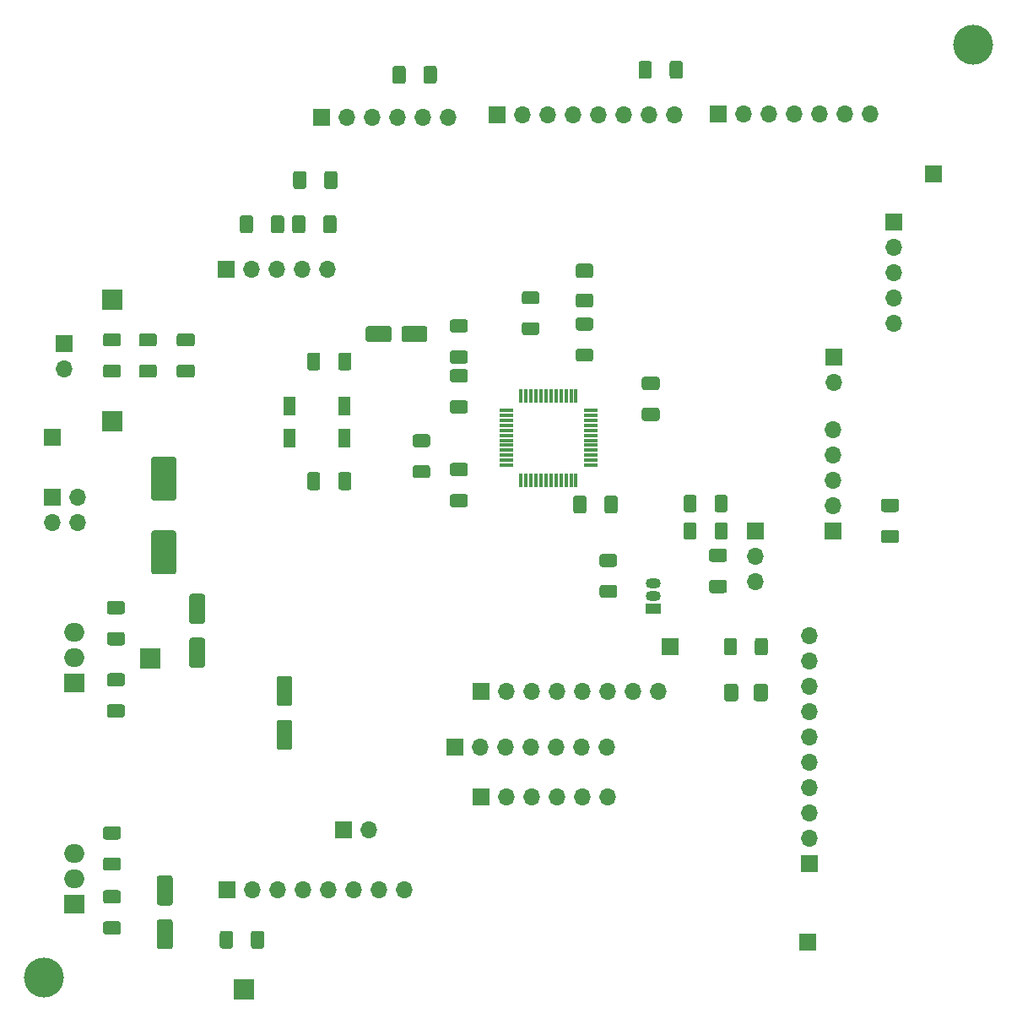
<source format=gts>
%TF.GenerationSoftware,KiCad,Pcbnew,(5.1.12)-1*%
%TF.CreationDate,2022-08-06T16:23:42+02:00*%
%TF.ProjectId,PrototypV1_tx,50726f74-6f74-4797-9056-315f74782e6b,rev?*%
%TF.SameCoordinates,Original*%
%TF.FileFunction,Soldermask,Top*%
%TF.FilePolarity,Negative*%
%FSLAX46Y46*%
G04 Gerber Fmt 4.6, Leading zero omitted, Abs format (unit mm)*
G04 Created by KiCad (PCBNEW (5.1.12)-1) date 2022-08-06 16:23:42*
%MOMM*%
%LPD*%
G01*
G04 APERTURE LIST*
%ADD10O,1.700000X1.700000*%
%ADD11R,1.700000X1.700000*%
%ADD12C,4.000000*%
%ADD13R,2.000000X2.000000*%
%ADD14R,1.300000X1.900000*%
%ADD15O,2.000000X1.905000*%
%ADD16R,2.000000X1.905000*%
%ADD17R,1.500000X1.050000*%
%ADD18O,1.500000X1.050000*%
%ADD19R,0.300000X1.475000*%
%ADD20R,1.475000X0.300000*%
G04 APERTURE END LIST*
D10*
X49940000Y-177000000D03*
D11*
X47400000Y-177000000D03*
D10*
X96600000Y-132140000D03*
D11*
X96600000Y-129600000D03*
X80200000Y-158600000D03*
D12*
X110600000Y-98200000D03*
D11*
X106600000Y-111200000D03*
D13*
X37400000Y-193000000D03*
X28000000Y-159800000D03*
X24200000Y-123800000D03*
X24200000Y-136000000D03*
D12*
X17400000Y-191800000D03*
D11*
X94000000Y-188200000D03*
X18200000Y-137600000D03*
D10*
X100240000Y-105200000D03*
X97700000Y-105200000D03*
X95160000Y-105200000D03*
X92620000Y-105200000D03*
X90080000Y-105200000D03*
X87540000Y-105200000D03*
D11*
X85000000Y-105200000D03*
D10*
X94200000Y-157540000D03*
X94200000Y-160080000D03*
X94200000Y-162620000D03*
X94200000Y-165160000D03*
X94200000Y-167700000D03*
X94200000Y-170240000D03*
X94200000Y-172780000D03*
X94200000Y-175320000D03*
X94200000Y-177860000D03*
D11*
X94200000Y-180400000D03*
G36*
G01*
X66825001Y-124250000D02*
X65574999Y-124250000D01*
G75*
G02*
X65325000Y-124000001I0J249999D01*
G01*
X65325000Y-123199999D01*
G75*
G02*
X65574999Y-122950000I249999J0D01*
G01*
X66825001Y-122950000D01*
G75*
G02*
X67075000Y-123199999I0J-249999D01*
G01*
X67075000Y-124000001D01*
G75*
G02*
X66825001Y-124250000I-249999J0D01*
G01*
G37*
G36*
G01*
X66825001Y-127350000D02*
X65574999Y-127350000D01*
G75*
G02*
X65325000Y-127100001I0J249999D01*
G01*
X65325000Y-126299999D01*
G75*
G02*
X65574999Y-126050000I249999J0D01*
G01*
X66825001Y-126050000D01*
G75*
G02*
X67075000Y-126299999I0J-249999D01*
G01*
X67075000Y-127100001D01*
G75*
G02*
X66825001Y-127350000I-249999J0D01*
G01*
G37*
G36*
G01*
X43700000Y-111149998D02*
X43700000Y-112450002D01*
G75*
G02*
X43450002Y-112700000I-249998J0D01*
G01*
X42624998Y-112700000D01*
G75*
G02*
X42375000Y-112450002I0J249998D01*
G01*
X42375000Y-111149998D01*
G75*
G02*
X42624998Y-110900000I249998J0D01*
G01*
X43450002Y-110900000D01*
G75*
G02*
X43700000Y-111149998I0J-249998D01*
G01*
G37*
G36*
G01*
X46825000Y-111149998D02*
X46825000Y-112450002D01*
G75*
G02*
X46575002Y-112700000I-249998J0D01*
G01*
X45749998Y-112700000D01*
G75*
G02*
X45500000Y-112450002I0J249998D01*
G01*
X45500000Y-111149998D01*
G75*
G02*
X45749998Y-110900000I249998J0D01*
G01*
X46575002Y-110900000D01*
G75*
G02*
X46825000Y-111149998I0J-249998D01*
G01*
G37*
D10*
X19400000Y-130740000D03*
D11*
X19400000Y-128200000D03*
G36*
G01*
X30949998Y-130300000D02*
X32250002Y-130300000D01*
G75*
G02*
X32500000Y-130549998I0J-249998D01*
G01*
X32500000Y-131375002D01*
G75*
G02*
X32250002Y-131625000I-249998J0D01*
G01*
X30949998Y-131625000D01*
G75*
G02*
X30700000Y-131375002I0J249998D01*
G01*
X30700000Y-130549998D01*
G75*
G02*
X30949998Y-130300000I249998J0D01*
G01*
G37*
G36*
G01*
X30949998Y-127175000D02*
X32250002Y-127175000D01*
G75*
G02*
X32500000Y-127424998I0J-249998D01*
G01*
X32500000Y-128250002D01*
G75*
G02*
X32250002Y-128500000I-249998J0D01*
G01*
X30949998Y-128500000D01*
G75*
G02*
X30700000Y-128250002I0J249998D01*
G01*
X30700000Y-127424998D01*
G75*
G02*
X30949998Y-127175000I249998J0D01*
G01*
G37*
G36*
G01*
X27149998Y-130300000D02*
X28450002Y-130300000D01*
G75*
G02*
X28700000Y-130549998I0J-249998D01*
G01*
X28700000Y-131375002D01*
G75*
G02*
X28450002Y-131625000I-249998J0D01*
G01*
X27149998Y-131625000D01*
G75*
G02*
X26900000Y-131375002I0J249998D01*
G01*
X26900000Y-130549998D01*
G75*
G02*
X27149998Y-130300000I249998J0D01*
G01*
G37*
G36*
G01*
X27149998Y-127175000D02*
X28450002Y-127175000D01*
G75*
G02*
X28700000Y-127424998I0J-249998D01*
G01*
X28700000Y-128250002D01*
G75*
G02*
X28450002Y-128500000I-249998J0D01*
G01*
X27149998Y-128500000D01*
G75*
G02*
X26900000Y-128250002I0J249998D01*
G01*
X26900000Y-127424998D01*
G75*
G02*
X27149998Y-127175000I249998J0D01*
G01*
G37*
G36*
G01*
X59650002Y-132100000D02*
X58349998Y-132100000D01*
G75*
G02*
X58100000Y-131850002I0J249998D01*
G01*
X58100000Y-131024998D01*
G75*
G02*
X58349998Y-130775000I249998J0D01*
G01*
X59650002Y-130775000D01*
G75*
G02*
X59900000Y-131024998I0J-249998D01*
G01*
X59900000Y-131850002D01*
G75*
G02*
X59650002Y-132100000I-249998J0D01*
G01*
G37*
G36*
G01*
X59650002Y-135225000D02*
X58349998Y-135225000D01*
G75*
G02*
X58100000Y-134975002I0J249998D01*
G01*
X58100000Y-134149998D01*
G75*
G02*
X58349998Y-133900000I249998J0D01*
G01*
X59650002Y-133900000D01*
G75*
G02*
X59900000Y-134149998I0J-249998D01*
G01*
X59900000Y-134975002D01*
G75*
G02*
X59650002Y-135225000I-249998J0D01*
G01*
G37*
G36*
G01*
X23549998Y-130300000D02*
X24850002Y-130300000D01*
G75*
G02*
X25100000Y-130549998I0J-249998D01*
G01*
X25100000Y-131375002D01*
G75*
G02*
X24850002Y-131625000I-249998J0D01*
G01*
X23549998Y-131625000D01*
G75*
G02*
X23300000Y-131375002I0J249998D01*
G01*
X23300000Y-130549998D01*
G75*
G02*
X23549998Y-130300000I249998J0D01*
G01*
G37*
G36*
G01*
X23549998Y-127175000D02*
X24850002Y-127175000D01*
G75*
G02*
X25100000Y-127424998I0J-249998D01*
G01*
X25100000Y-128250002D01*
G75*
G02*
X24850002Y-128500000I-249998J0D01*
G01*
X23549998Y-128500000D01*
G75*
G02*
X23300000Y-128250002I0J249998D01*
G01*
X23300000Y-127424998D01*
G75*
G02*
X23549998Y-127175000I249998J0D01*
G01*
G37*
G36*
G01*
X40150000Y-116900002D02*
X40150000Y-115599998D01*
G75*
G02*
X40399998Y-115350000I249998J0D01*
G01*
X41225002Y-115350000D01*
G75*
G02*
X41475000Y-115599998I0J-249998D01*
G01*
X41475000Y-116900002D01*
G75*
G02*
X41225002Y-117150000I-249998J0D01*
G01*
X40399998Y-117150000D01*
G75*
G02*
X40150000Y-116900002I0J249998D01*
G01*
G37*
G36*
G01*
X37025000Y-116900002D02*
X37025000Y-115599998D01*
G75*
G02*
X37274998Y-115350000I249998J0D01*
G01*
X38100002Y-115350000D01*
G75*
G02*
X38350000Y-115599998I0J-249998D01*
G01*
X38350000Y-116900002D01*
G75*
G02*
X38100002Y-117150000I-249998J0D01*
G01*
X37274998Y-117150000D01*
G75*
G02*
X37025000Y-116900002I0J249998D01*
G01*
G37*
G36*
G01*
X78350000Y-100099998D02*
X78350000Y-101400002D01*
G75*
G02*
X78100002Y-101650000I-249998J0D01*
G01*
X77274998Y-101650000D01*
G75*
G02*
X77025000Y-101400002I0J249998D01*
G01*
X77025000Y-100099998D01*
G75*
G02*
X77274998Y-99850000I249998J0D01*
G01*
X78100002Y-99850000D01*
G75*
G02*
X78350000Y-100099998I0J-249998D01*
G01*
G37*
G36*
G01*
X81475000Y-100099998D02*
X81475000Y-101400002D01*
G75*
G02*
X81225002Y-101650000I-249998J0D01*
G01*
X80399998Y-101650000D01*
G75*
G02*
X80150000Y-101400002I0J249998D01*
G01*
X80150000Y-100099998D01*
G75*
G02*
X80399998Y-99850000I249998J0D01*
G01*
X81225002Y-99850000D01*
G75*
G02*
X81475000Y-100099998I0J-249998D01*
G01*
G37*
G36*
G01*
X43600000Y-115599998D02*
X43600000Y-116900002D01*
G75*
G02*
X43350002Y-117150000I-249998J0D01*
G01*
X42524998Y-117150000D01*
G75*
G02*
X42275000Y-116900002I0J249998D01*
G01*
X42275000Y-115599998D01*
G75*
G02*
X42524998Y-115350000I249998J0D01*
G01*
X43350002Y-115350000D01*
G75*
G02*
X43600000Y-115599998I0J-249998D01*
G01*
G37*
G36*
G01*
X46725000Y-115599998D02*
X46725000Y-116900002D01*
G75*
G02*
X46475002Y-117150000I-249998J0D01*
G01*
X45649998Y-117150000D01*
G75*
G02*
X45400000Y-116900002I0J249998D01*
G01*
X45400000Y-115599998D01*
G75*
G02*
X45649998Y-115350000I249998J0D01*
G01*
X46475002Y-115350000D01*
G75*
G02*
X46725000Y-115599998I0J-249998D01*
G01*
G37*
G36*
G01*
X53662500Y-100599998D02*
X53662500Y-101900002D01*
G75*
G02*
X53412502Y-102150000I-249998J0D01*
G01*
X52587498Y-102150000D01*
G75*
G02*
X52337500Y-101900002I0J249998D01*
G01*
X52337500Y-100599998D01*
G75*
G02*
X52587498Y-100350000I249998J0D01*
G01*
X53412502Y-100350000D01*
G75*
G02*
X53662500Y-100599998I0J-249998D01*
G01*
G37*
G36*
G01*
X56787500Y-100599998D02*
X56787500Y-101900002D01*
G75*
G02*
X56537502Y-102150000I-249998J0D01*
G01*
X55712498Y-102150000D01*
G75*
G02*
X55462500Y-101900002I0J249998D01*
G01*
X55462500Y-100599998D01*
G75*
G02*
X55712498Y-100350000I249998J0D01*
G01*
X56537502Y-100350000D01*
G75*
G02*
X56787500Y-100599998I0J-249998D01*
G01*
G37*
D14*
X47500000Y-137650000D03*
X42000000Y-137650000D03*
X42000000Y-134450000D03*
X47500000Y-134450000D03*
G36*
G01*
X46900000Y-130650002D02*
X46900000Y-129349998D01*
G75*
G02*
X47149998Y-129100000I249998J0D01*
G01*
X47975002Y-129100000D01*
G75*
G02*
X48225000Y-129349998I0J-249998D01*
G01*
X48225000Y-130650002D01*
G75*
G02*
X47975002Y-130900000I-249998J0D01*
G01*
X47149998Y-130900000D01*
G75*
G02*
X46900000Y-130650002I0J249998D01*
G01*
G37*
G36*
G01*
X43775000Y-130650002D02*
X43775000Y-129349998D01*
G75*
G02*
X44024998Y-129100000I249998J0D01*
G01*
X44850002Y-129100000D01*
G75*
G02*
X45100000Y-129349998I0J-249998D01*
G01*
X45100000Y-130650002D01*
G75*
G02*
X44850002Y-130900000I-249998J0D01*
G01*
X44024998Y-130900000D01*
G75*
G02*
X43775000Y-130650002I0J249998D01*
G01*
G37*
G36*
G01*
X46900000Y-142650002D02*
X46900000Y-141349998D01*
G75*
G02*
X47149998Y-141100000I249998J0D01*
G01*
X47975002Y-141100000D01*
G75*
G02*
X48225000Y-141349998I0J-249998D01*
G01*
X48225000Y-142650002D01*
G75*
G02*
X47975002Y-142900000I-249998J0D01*
G01*
X47149998Y-142900000D01*
G75*
G02*
X46900000Y-142650002I0J249998D01*
G01*
G37*
G36*
G01*
X43775000Y-142650002D02*
X43775000Y-141349998D01*
G75*
G02*
X44024998Y-141100000I249998J0D01*
G01*
X44850002Y-141100000D01*
G75*
G02*
X45100000Y-141349998I0J-249998D01*
G01*
X45100000Y-142650002D01*
G75*
G02*
X44850002Y-142900000I-249998J0D01*
G01*
X44024998Y-142900000D01*
G75*
G02*
X43775000Y-142650002I0J249998D01*
G01*
G37*
D15*
X20400000Y-179320000D03*
X20400000Y-181860000D03*
D16*
X20400000Y-184400000D03*
D17*
X78500000Y-154750000D03*
D18*
X78500000Y-152210000D03*
X78500000Y-153480000D03*
G36*
G01*
X88700000Y-159225001D02*
X88700000Y-157974999D01*
G75*
G02*
X88949999Y-157725000I249999J0D01*
G01*
X89750001Y-157725000D01*
G75*
G02*
X90000000Y-157974999I0J-249999D01*
G01*
X90000000Y-159225001D01*
G75*
G02*
X89750001Y-159475000I-249999J0D01*
G01*
X88949999Y-159475000D01*
G75*
G02*
X88700000Y-159225001I0J249999D01*
G01*
G37*
G36*
G01*
X85600000Y-159225001D02*
X85600000Y-157974999D01*
G75*
G02*
X85849999Y-157725000I249999J0D01*
G01*
X86650001Y-157725000D01*
G75*
G02*
X86900000Y-157974999I0J-249999D01*
G01*
X86900000Y-159225001D01*
G75*
G02*
X86650001Y-159475000I-249999J0D01*
G01*
X85849999Y-159475000D01*
G75*
G02*
X85600000Y-159225001I0J249999D01*
G01*
G37*
G36*
G01*
X82850000Y-146374999D02*
X82850000Y-147625001D01*
G75*
G02*
X82600001Y-147875000I-249999J0D01*
G01*
X81799999Y-147875000D01*
G75*
G02*
X81550000Y-147625001I0J249999D01*
G01*
X81550000Y-146374999D01*
G75*
G02*
X81799999Y-146125000I249999J0D01*
G01*
X82600001Y-146125000D01*
G75*
G02*
X82850000Y-146374999I0J-249999D01*
G01*
G37*
G36*
G01*
X85950000Y-146374999D02*
X85950000Y-147625001D01*
G75*
G02*
X85700001Y-147875000I-249999J0D01*
G01*
X84899999Y-147875000D01*
G75*
G02*
X84650000Y-147625001I0J249999D01*
G01*
X84650000Y-146374999D01*
G75*
G02*
X84899999Y-146125000I249999J0D01*
G01*
X85700001Y-146125000D01*
G75*
G02*
X85950000Y-146374999I0J-249999D01*
G01*
G37*
G36*
G01*
X82850000Y-143624999D02*
X82850000Y-144875001D01*
G75*
G02*
X82600001Y-145125000I-249999J0D01*
G01*
X81799999Y-145125000D01*
G75*
G02*
X81550000Y-144875001I0J249999D01*
G01*
X81550000Y-143624999D01*
G75*
G02*
X81799999Y-143375000I249999J0D01*
G01*
X82600001Y-143375000D01*
G75*
G02*
X82850000Y-143624999I0J-249999D01*
G01*
G37*
G36*
G01*
X85950000Y-143624999D02*
X85950000Y-144875001D01*
G75*
G02*
X85700001Y-145125000I-249999J0D01*
G01*
X84899999Y-145125000D01*
G75*
G02*
X84650000Y-144875001I0J249999D01*
G01*
X84650000Y-143624999D01*
G75*
G02*
X84899999Y-143375000I249999J0D01*
G01*
X85700001Y-143375000D01*
G75*
G02*
X85950000Y-143624999I0J-249999D01*
G01*
G37*
G36*
G01*
X72225001Y-126900000D02*
X70974999Y-126900000D01*
G75*
G02*
X70725000Y-126650001I0J249999D01*
G01*
X70725000Y-125849999D01*
G75*
G02*
X70974999Y-125600000I249999J0D01*
G01*
X72225001Y-125600000D01*
G75*
G02*
X72475000Y-125849999I0J-249999D01*
G01*
X72475000Y-126650001D01*
G75*
G02*
X72225001Y-126900000I-249999J0D01*
G01*
G37*
G36*
G01*
X72225001Y-130000000D02*
X70974999Y-130000000D01*
G75*
G02*
X70725000Y-129750001I0J249999D01*
G01*
X70725000Y-128949999D01*
G75*
G02*
X70974999Y-128700000I249999J0D01*
G01*
X72225001Y-128700000D01*
G75*
G02*
X72475000Y-128949999I0J-249999D01*
G01*
X72475000Y-129750001D01*
G75*
G02*
X72225001Y-130000000I-249999J0D01*
G01*
G37*
G36*
G01*
X54624999Y-140400000D02*
X55875001Y-140400000D01*
G75*
G02*
X56125000Y-140649999I0J-249999D01*
G01*
X56125000Y-141450001D01*
G75*
G02*
X55875001Y-141700000I-249999J0D01*
G01*
X54624999Y-141700000D01*
G75*
G02*
X54375000Y-141450001I0J249999D01*
G01*
X54375000Y-140649999D01*
G75*
G02*
X54624999Y-140400000I249999J0D01*
G01*
G37*
G36*
G01*
X54624999Y-137300000D02*
X55875001Y-137300000D01*
G75*
G02*
X56125000Y-137549999I0J-249999D01*
G01*
X56125000Y-138350001D01*
G75*
G02*
X55875001Y-138600000I-249999J0D01*
G01*
X54624999Y-138600000D01*
G75*
G02*
X54375000Y-138350001I0J249999D01*
G01*
X54375000Y-137549999D01*
G75*
G02*
X54624999Y-137300000I249999J0D01*
G01*
G37*
G36*
G01*
X73374999Y-152400000D02*
X74625001Y-152400000D01*
G75*
G02*
X74875000Y-152649999I0J-249999D01*
G01*
X74875000Y-153450001D01*
G75*
G02*
X74625001Y-153700000I-249999J0D01*
G01*
X73374999Y-153700000D01*
G75*
G02*
X73125000Y-153450001I0J249999D01*
G01*
X73125000Y-152649999D01*
G75*
G02*
X73374999Y-152400000I249999J0D01*
G01*
G37*
G36*
G01*
X73374999Y-149300000D02*
X74625001Y-149300000D01*
G75*
G02*
X74875000Y-149549999I0J-249999D01*
G01*
X74875000Y-150350001D01*
G75*
G02*
X74625001Y-150600000I-249999J0D01*
G01*
X73374999Y-150600000D01*
G75*
G02*
X73125000Y-150350001I0J249999D01*
G01*
X73125000Y-149549999D01*
G75*
G02*
X73374999Y-149300000I249999J0D01*
G01*
G37*
D10*
X88750000Y-152080000D03*
X88750000Y-149540000D03*
D11*
X88750000Y-147000000D03*
D10*
X96500000Y-136840000D03*
X96500000Y-139380000D03*
X96500000Y-141920000D03*
X96500000Y-144460000D03*
D11*
X96500000Y-147000000D03*
D10*
X102600000Y-126200000D03*
X102600000Y-123660000D03*
X102600000Y-121120000D03*
X102600000Y-118580000D03*
D11*
X102600000Y-116040000D03*
D10*
X78980000Y-163050000D03*
X76440000Y-163050000D03*
X73900000Y-163050000D03*
X71360000Y-163050000D03*
X68820000Y-163050000D03*
X66280000Y-163050000D03*
X63740000Y-163050000D03*
D11*
X61200000Y-163050000D03*
D10*
X73840000Y-168650000D03*
X71300000Y-168650000D03*
X68760000Y-168650000D03*
X66220000Y-168650000D03*
X63680000Y-168650000D03*
X61140000Y-168650000D03*
D11*
X58600000Y-168650000D03*
D10*
X20740000Y-146190000D03*
X18200000Y-146190000D03*
X20740000Y-143650000D03*
D11*
X18200000Y-143650000D03*
D10*
X73900000Y-173650000D03*
X71360000Y-173650000D03*
X68820000Y-173650000D03*
X66280000Y-173650000D03*
X63740000Y-173650000D03*
D11*
X61200000Y-173650000D03*
D10*
X53530000Y-183000000D03*
X50990000Y-183000000D03*
X48450000Y-183000000D03*
X45910000Y-183000000D03*
X43370000Y-183000000D03*
X40830000Y-183000000D03*
X38290000Y-183000000D03*
D11*
X35750000Y-183000000D03*
D10*
X45830000Y-120750000D03*
X43290000Y-120750000D03*
X40750000Y-120750000D03*
X38210000Y-120750000D03*
D11*
X35670000Y-120750000D03*
D10*
X80620000Y-105250000D03*
X78080000Y-105250000D03*
X75540000Y-105250000D03*
X73000000Y-105250000D03*
X70460000Y-105250000D03*
X67920000Y-105250000D03*
X65380000Y-105250000D03*
D11*
X62840000Y-105250000D03*
D10*
X57950000Y-105500000D03*
X55410000Y-105500000D03*
X52870000Y-105500000D03*
X50330000Y-105500000D03*
X47790000Y-105500000D03*
D11*
X45250000Y-105500000D03*
D15*
X20400000Y-157170000D03*
X20400000Y-159710000D03*
D16*
X20400000Y-162250000D03*
D19*
X65250000Y-133412000D03*
X65750000Y-133412000D03*
X66250000Y-133412000D03*
X66750000Y-133412000D03*
X67250000Y-133412000D03*
X67750000Y-133412000D03*
X68250000Y-133412000D03*
X68750000Y-133412000D03*
X69250000Y-133412000D03*
X69750000Y-133412000D03*
X70250000Y-133412000D03*
X70750000Y-133412000D03*
D20*
X72238000Y-134900000D03*
X72238000Y-135400000D03*
X72238000Y-135900000D03*
X72238000Y-136400000D03*
X72238000Y-136900000D03*
X72238000Y-137400000D03*
X72238000Y-137900000D03*
X72238000Y-138400000D03*
X72238000Y-138900000D03*
X72238000Y-139400000D03*
X72238000Y-139900000D03*
X72238000Y-140400000D03*
D19*
X70750000Y-141888000D03*
X70250000Y-141888000D03*
X69750000Y-141888000D03*
X69250000Y-141888000D03*
X68750000Y-141888000D03*
X68250000Y-141888000D03*
X67750000Y-141888000D03*
X67250000Y-141888000D03*
X66750000Y-141888000D03*
X66250000Y-141888000D03*
X65750000Y-141888000D03*
X65250000Y-141888000D03*
D20*
X63762000Y-140400000D03*
X63762000Y-139900000D03*
X63762000Y-139400000D03*
X63762000Y-138900000D03*
X63762000Y-138400000D03*
X63762000Y-137900000D03*
X63762000Y-137400000D03*
X63762000Y-136900000D03*
X63762000Y-136400000D03*
X63762000Y-135900000D03*
X63762000Y-135400000D03*
X63762000Y-134900000D03*
G36*
G01*
X88575000Y-163825000D02*
X88575000Y-162575000D01*
G75*
G02*
X88825000Y-162325000I250000J0D01*
G01*
X89750000Y-162325000D01*
G75*
G02*
X90000000Y-162575000I0J-250000D01*
G01*
X90000000Y-163825000D01*
G75*
G02*
X89750000Y-164075000I-250000J0D01*
G01*
X88825000Y-164075000D01*
G75*
G02*
X88575000Y-163825000I0J250000D01*
G01*
G37*
G36*
G01*
X85600000Y-163825000D02*
X85600000Y-162575000D01*
G75*
G02*
X85850000Y-162325000I250000J0D01*
G01*
X86775000Y-162325000D01*
G75*
G02*
X87025000Y-162575000I0J-250000D01*
G01*
X87025000Y-163825000D01*
G75*
G02*
X86775000Y-164075000I-250000J0D01*
G01*
X85850000Y-164075000D01*
G75*
G02*
X85600000Y-163825000I0J250000D01*
G01*
G37*
G36*
G01*
X70975000Y-123175000D02*
X72225000Y-123175000D01*
G75*
G02*
X72475000Y-123425000I0J-250000D01*
G01*
X72475000Y-124350000D01*
G75*
G02*
X72225000Y-124600000I-250000J0D01*
G01*
X70975000Y-124600000D01*
G75*
G02*
X70725000Y-124350000I0J250000D01*
G01*
X70725000Y-123425000D01*
G75*
G02*
X70975000Y-123175000I250000J0D01*
G01*
G37*
G36*
G01*
X70975000Y-120200000D02*
X72225000Y-120200000D01*
G75*
G02*
X72475000Y-120450000I0J-250000D01*
G01*
X72475000Y-121375000D01*
G75*
G02*
X72225000Y-121625000I-250000J0D01*
G01*
X70975000Y-121625000D01*
G75*
G02*
X70725000Y-121375000I0J250000D01*
G01*
X70725000Y-120450000D01*
G75*
G02*
X70975000Y-120200000I250000J0D01*
G01*
G37*
G36*
G01*
X84349998Y-151900000D02*
X85650002Y-151900000D01*
G75*
G02*
X85900000Y-152149998I0J-249998D01*
G01*
X85900000Y-152975002D01*
G75*
G02*
X85650002Y-153225000I-249998J0D01*
G01*
X84349998Y-153225000D01*
G75*
G02*
X84100000Y-152975002I0J249998D01*
G01*
X84100000Y-152149998D01*
G75*
G02*
X84349998Y-151900000I249998J0D01*
G01*
G37*
G36*
G01*
X84349998Y-148775000D02*
X85650002Y-148775000D01*
G75*
G02*
X85900000Y-149024998I0J-249998D01*
G01*
X85900000Y-149850002D01*
G75*
G02*
X85650002Y-150100000I-249998J0D01*
G01*
X84349998Y-150100000D01*
G75*
G02*
X84100000Y-149850002I0J249998D01*
G01*
X84100000Y-149024998D01*
G75*
G02*
X84349998Y-148775000I249998J0D01*
G01*
G37*
G36*
G01*
X28950000Y-185950000D02*
X30050000Y-185950000D01*
G75*
G02*
X30300000Y-186200000I0J-250000D01*
G01*
X30300000Y-188700000D01*
G75*
G02*
X30050000Y-188950000I-250000J0D01*
G01*
X28950000Y-188950000D01*
G75*
G02*
X28700000Y-188700000I0J250000D01*
G01*
X28700000Y-186200000D01*
G75*
G02*
X28950000Y-185950000I250000J0D01*
G01*
G37*
G36*
G01*
X28950000Y-181550000D02*
X30050000Y-181550000D01*
G75*
G02*
X30300000Y-181800000I0J-250000D01*
G01*
X30300000Y-184300000D01*
G75*
G02*
X30050000Y-184550000I-250000J0D01*
G01*
X28950000Y-184550000D01*
G75*
G02*
X28700000Y-184300000I0J250000D01*
G01*
X28700000Y-181800000D01*
G75*
G02*
X28950000Y-181550000I250000J0D01*
G01*
G37*
G36*
G01*
X38150000Y-188650002D02*
X38150000Y-187349998D01*
G75*
G02*
X38399998Y-187100000I249998J0D01*
G01*
X39225002Y-187100000D01*
G75*
G02*
X39475000Y-187349998I0J-249998D01*
G01*
X39475000Y-188650002D01*
G75*
G02*
X39225002Y-188900000I-249998J0D01*
G01*
X38399998Y-188900000D01*
G75*
G02*
X38150000Y-188650002I0J249998D01*
G01*
G37*
G36*
G01*
X35025000Y-188650002D02*
X35025000Y-187349998D01*
G75*
G02*
X35274998Y-187100000I249998J0D01*
G01*
X36100002Y-187100000D01*
G75*
G02*
X36350000Y-187349998I0J-249998D01*
G01*
X36350000Y-188650002D01*
G75*
G02*
X36100002Y-188900000I-249998J0D01*
G01*
X35274998Y-188900000D01*
G75*
G02*
X35025000Y-188650002I0J249998D01*
G01*
G37*
G36*
G01*
X32200000Y-157700000D02*
X33300000Y-157700000D01*
G75*
G02*
X33550000Y-157950000I0J-250000D01*
G01*
X33550000Y-160450000D01*
G75*
G02*
X33300000Y-160700000I-250000J0D01*
G01*
X32200000Y-160700000D01*
G75*
G02*
X31950000Y-160450000I0J250000D01*
G01*
X31950000Y-157950000D01*
G75*
G02*
X32200000Y-157700000I250000J0D01*
G01*
G37*
G36*
G01*
X32200000Y-153300000D02*
X33300000Y-153300000D01*
G75*
G02*
X33550000Y-153550000I0J-250000D01*
G01*
X33550000Y-156050000D01*
G75*
G02*
X33300000Y-156300000I-250000J0D01*
G01*
X32200000Y-156300000D01*
G75*
G02*
X31950000Y-156050000I0J250000D01*
G01*
X31950000Y-153550000D01*
G75*
G02*
X32200000Y-153300000I250000J0D01*
G01*
G37*
G36*
G01*
X102900002Y-145100000D02*
X101599998Y-145100000D01*
G75*
G02*
X101350000Y-144850002I0J249998D01*
G01*
X101350000Y-144024998D01*
G75*
G02*
X101599998Y-143775000I249998J0D01*
G01*
X102900002Y-143775000D01*
G75*
G02*
X103150000Y-144024998I0J-249998D01*
G01*
X103150000Y-144850002D01*
G75*
G02*
X102900002Y-145100000I-249998J0D01*
G01*
G37*
G36*
G01*
X102900002Y-148225000D02*
X101599998Y-148225000D01*
G75*
G02*
X101350000Y-147975002I0J249998D01*
G01*
X101350000Y-147149998D01*
G75*
G02*
X101599998Y-146900000I249998J0D01*
G01*
X102900002Y-146900000D01*
G75*
G02*
X103150000Y-147149998I0J-249998D01*
G01*
X103150000Y-147975002D01*
G75*
G02*
X102900002Y-148225000I-249998J0D01*
G01*
G37*
G36*
G01*
X52250000Y-126700000D02*
X52250000Y-127800000D01*
G75*
G02*
X52000000Y-128050000I-250000J0D01*
G01*
X49900000Y-128050000D01*
G75*
G02*
X49650000Y-127800000I0J250000D01*
G01*
X49650000Y-126700000D01*
G75*
G02*
X49900000Y-126450000I250000J0D01*
G01*
X52000000Y-126450000D01*
G75*
G02*
X52250000Y-126700000I0J-250000D01*
G01*
G37*
G36*
G01*
X55850000Y-126700000D02*
X55850000Y-127800000D01*
G75*
G02*
X55600000Y-128050000I-250000J0D01*
G01*
X53500000Y-128050000D01*
G75*
G02*
X53250000Y-127800000I0J250000D01*
G01*
X53250000Y-126700000D01*
G75*
G02*
X53500000Y-126450000I250000J0D01*
G01*
X55600000Y-126450000D01*
G75*
G02*
X55850000Y-126700000I0J-250000D01*
G01*
G37*
G36*
G01*
X40950000Y-165950000D02*
X42050000Y-165950000D01*
G75*
G02*
X42300000Y-166200000I0J-250000D01*
G01*
X42300000Y-168700000D01*
G75*
G02*
X42050000Y-168950000I-250000J0D01*
G01*
X40950000Y-168950000D01*
G75*
G02*
X40700000Y-168700000I0J250000D01*
G01*
X40700000Y-166200000D01*
G75*
G02*
X40950000Y-165950000I250000J0D01*
G01*
G37*
G36*
G01*
X40950000Y-161550000D02*
X42050000Y-161550000D01*
G75*
G02*
X42300000Y-161800000I0J-250000D01*
G01*
X42300000Y-164300000D01*
G75*
G02*
X42050000Y-164550000I-250000J0D01*
G01*
X40950000Y-164550000D01*
G75*
G02*
X40700000Y-164300000I0J250000D01*
G01*
X40700000Y-161800000D01*
G75*
G02*
X40950000Y-161550000I250000J0D01*
G01*
G37*
G36*
G01*
X77599998Y-134650000D02*
X78900002Y-134650000D01*
G75*
G02*
X79150000Y-134899998I0J-249998D01*
G01*
X79150000Y-135725002D01*
G75*
G02*
X78900002Y-135975000I-249998J0D01*
G01*
X77599998Y-135975000D01*
G75*
G02*
X77350000Y-135725002I0J249998D01*
G01*
X77350000Y-134899998D01*
G75*
G02*
X77599998Y-134650000I249998J0D01*
G01*
G37*
G36*
G01*
X77599998Y-131525000D02*
X78900002Y-131525000D01*
G75*
G02*
X79150000Y-131774998I0J-249998D01*
G01*
X79150000Y-132600002D01*
G75*
G02*
X78900002Y-132850000I-249998J0D01*
G01*
X77599998Y-132850000D01*
G75*
G02*
X77350000Y-132600002I0J249998D01*
G01*
X77350000Y-131774998D01*
G75*
G02*
X77599998Y-131525000I249998J0D01*
G01*
G37*
G36*
G01*
X58349998Y-143300000D02*
X59650002Y-143300000D01*
G75*
G02*
X59900000Y-143549998I0J-249998D01*
G01*
X59900000Y-144375002D01*
G75*
G02*
X59650002Y-144625000I-249998J0D01*
G01*
X58349998Y-144625000D01*
G75*
G02*
X58100000Y-144375002I0J249998D01*
G01*
X58100000Y-143549998D01*
G75*
G02*
X58349998Y-143300000I249998J0D01*
G01*
G37*
G36*
G01*
X58349998Y-140175000D02*
X59650002Y-140175000D01*
G75*
G02*
X59900000Y-140424998I0J-249998D01*
G01*
X59900000Y-141250002D01*
G75*
G02*
X59650002Y-141500000I-249998J0D01*
G01*
X58349998Y-141500000D01*
G75*
G02*
X58100000Y-141250002I0J249998D01*
G01*
X58100000Y-140424998D01*
G75*
G02*
X58349998Y-140175000I249998J0D01*
G01*
G37*
G36*
G01*
X73600000Y-145000002D02*
X73600000Y-143699998D01*
G75*
G02*
X73849998Y-143450000I249998J0D01*
G01*
X74675002Y-143450000D01*
G75*
G02*
X74925000Y-143699998I0J-249998D01*
G01*
X74925000Y-145000002D01*
G75*
G02*
X74675002Y-145250000I-249998J0D01*
G01*
X73849998Y-145250000D01*
G75*
G02*
X73600000Y-145000002I0J249998D01*
G01*
G37*
G36*
G01*
X70475000Y-145000002D02*
X70475000Y-143699998D01*
G75*
G02*
X70724998Y-143450000I249998J0D01*
G01*
X71550002Y-143450000D01*
G75*
G02*
X71800000Y-143699998I0J-249998D01*
G01*
X71800000Y-145000002D01*
G75*
G02*
X71550002Y-145250000I-249998J0D01*
G01*
X70724998Y-145250000D01*
G75*
G02*
X70475000Y-145000002I0J249998D01*
G01*
G37*
G36*
G01*
X59650002Y-127100000D02*
X58349998Y-127100000D01*
G75*
G02*
X58100000Y-126850002I0J249998D01*
G01*
X58100000Y-126024998D01*
G75*
G02*
X58349998Y-125775000I249998J0D01*
G01*
X59650002Y-125775000D01*
G75*
G02*
X59900000Y-126024998I0J-249998D01*
G01*
X59900000Y-126850002D01*
G75*
G02*
X59650002Y-127100000I-249998J0D01*
G01*
G37*
G36*
G01*
X59650002Y-130225000D02*
X58349998Y-130225000D01*
G75*
G02*
X58100000Y-129975002I0J249998D01*
G01*
X58100000Y-129149998D01*
G75*
G02*
X58349998Y-128900000I249998J0D01*
G01*
X59650002Y-128900000D01*
G75*
G02*
X59900000Y-129149998I0J-249998D01*
G01*
X59900000Y-129975002D01*
G75*
G02*
X59650002Y-130225000I-249998J0D01*
G01*
G37*
G36*
G01*
X30400000Y-143950000D02*
X28400000Y-143950000D01*
G75*
G02*
X28150000Y-143700000I0J250000D01*
G01*
X28150000Y-139800000D01*
G75*
G02*
X28400000Y-139550000I250000J0D01*
G01*
X30400000Y-139550000D01*
G75*
G02*
X30650000Y-139800000I0J-250000D01*
G01*
X30650000Y-143700000D01*
G75*
G02*
X30400000Y-143950000I-250000J0D01*
G01*
G37*
G36*
G01*
X30400000Y-151350000D02*
X28400000Y-151350000D01*
G75*
G02*
X28150000Y-151100000I0J250000D01*
G01*
X28150000Y-147200000D01*
G75*
G02*
X28400000Y-146950000I250000J0D01*
G01*
X30400000Y-146950000D01*
G75*
G02*
X30650000Y-147200000I0J-250000D01*
G01*
X30650000Y-151100000D01*
G75*
G02*
X30400000Y-151350000I-250000J0D01*
G01*
G37*
G36*
G01*
X25250002Y-155350000D02*
X23949998Y-155350000D01*
G75*
G02*
X23700000Y-155100002I0J249998D01*
G01*
X23700000Y-154274998D01*
G75*
G02*
X23949998Y-154025000I249998J0D01*
G01*
X25250002Y-154025000D01*
G75*
G02*
X25500000Y-154274998I0J-249998D01*
G01*
X25500000Y-155100002D01*
G75*
G02*
X25250002Y-155350000I-249998J0D01*
G01*
G37*
G36*
G01*
X25250002Y-158475000D02*
X23949998Y-158475000D01*
G75*
G02*
X23700000Y-158225002I0J249998D01*
G01*
X23700000Y-157399998D01*
G75*
G02*
X23949998Y-157150000I249998J0D01*
G01*
X25250002Y-157150000D01*
G75*
G02*
X25500000Y-157399998I0J-249998D01*
G01*
X25500000Y-158225002D01*
G75*
G02*
X25250002Y-158475000I-249998J0D01*
G01*
G37*
G36*
G01*
X25250002Y-162587500D02*
X23949998Y-162587500D01*
G75*
G02*
X23700000Y-162337502I0J249998D01*
G01*
X23700000Y-161512498D01*
G75*
G02*
X23949998Y-161262500I249998J0D01*
G01*
X25250002Y-161262500D01*
G75*
G02*
X25500000Y-161512498I0J-249998D01*
G01*
X25500000Y-162337502D01*
G75*
G02*
X25250002Y-162587500I-249998J0D01*
G01*
G37*
G36*
G01*
X25250002Y-165712500D02*
X23949998Y-165712500D01*
G75*
G02*
X23700000Y-165462502I0J249998D01*
G01*
X23700000Y-164637498D01*
G75*
G02*
X23949998Y-164387500I249998J0D01*
G01*
X25250002Y-164387500D01*
G75*
G02*
X25500000Y-164637498I0J-249998D01*
G01*
X25500000Y-165462502D01*
G75*
G02*
X25250002Y-165712500I-249998J0D01*
G01*
G37*
G36*
G01*
X23549998Y-179750000D02*
X24850002Y-179750000D01*
G75*
G02*
X25100000Y-179999998I0J-249998D01*
G01*
X25100000Y-180825002D01*
G75*
G02*
X24850002Y-181075000I-249998J0D01*
G01*
X23549998Y-181075000D01*
G75*
G02*
X23300000Y-180825002I0J249998D01*
G01*
X23300000Y-179999998D01*
G75*
G02*
X23549998Y-179750000I249998J0D01*
G01*
G37*
G36*
G01*
X23549998Y-176625000D02*
X24850002Y-176625000D01*
G75*
G02*
X25100000Y-176874998I0J-249998D01*
G01*
X25100000Y-177700002D01*
G75*
G02*
X24850002Y-177950000I-249998J0D01*
G01*
X23549998Y-177950000D01*
G75*
G02*
X23300000Y-177700002I0J249998D01*
G01*
X23300000Y-176874998D01*
G75*
G02*
X23549998Y-176625000I249998J0D01*
G01*
G37*
G36*
G01*
X24850002Y-184350000D02*
X23549998Y-184350000D01*
G75*
G02*
X23300000Y-184100002I0J249998D01*
G01*
X23300000Y-183274998D01*
G75*
G02*
X23549998Y-183025000I249998J0D01*
G01*
X24850002Y-183025000D01*
G75*
G02*
X25100000Y-183274998I0J-249998D01*
G01*
X25100000Y-184100002D01*
G75*
G02*
X24850002Y-184350000I-249998J0D01*
G01*
G37*
G36*
G01*
X24850002Y-187475000D02*
X23549998Y-187475000D01*
G75*
G02*
X23300000Y-187225002I0J249998D01*
G01*
X23300000Y-186399998D01*
G75*
G02*
X23549998Y-186150000I249998J0D01*
G01*
X24850002Y-186150000D01*
G75*
G02*
X25100000Y-186399998I0J-249998D01*
G01*
X25100000Y-187225002D01*
G75*
G02*
X24850002Y-187475000I-249998J0D01*
G01*
G37*
M02*

</source>
